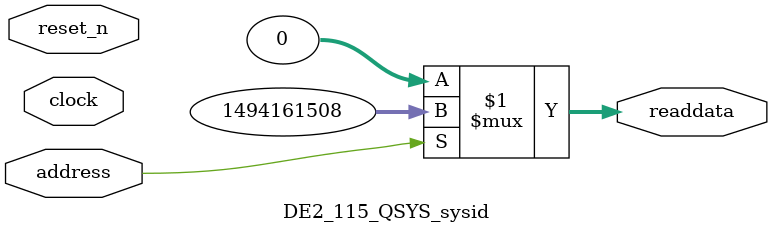
<source format=v>

`timescale 1ns / 1ps
// synthesis translate_on

// turn off superfluous verilog processor warnings 
// altera message_level Level1 
// altera message_off 10034 10035 10036 10037 10230 10240 10030 

module DE2_115_QSYS_sysid (
               // inputs:
                address,
                clock,
                reset_n,

               // outputs:
                readdata
             )
;

  output  [ 31: 0] readdata;
  input            address;
  input            clock;
  input            reset_n;

  wire    [ 31: 0] readdata;
  //control_slave, which is an e_avalon_slave
  assign readdata = address ? 1494161508 : 0;

endmodule




</source>
